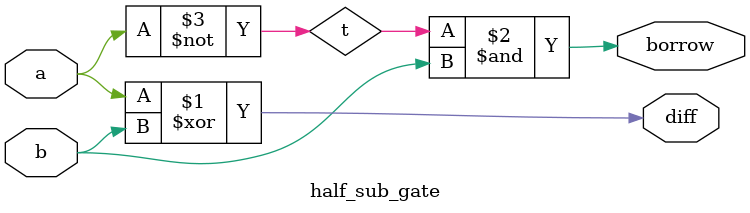
<source format=v>
`timescale 1ns / 1ps


module half_sub_gate(
    input a,
    input b,
    output diff,
    output borrow
    );
wire t;
xor x1(diff, a, b);
not n1(t, a);
and a1(borrow, t, b);
endmodule

</source>
